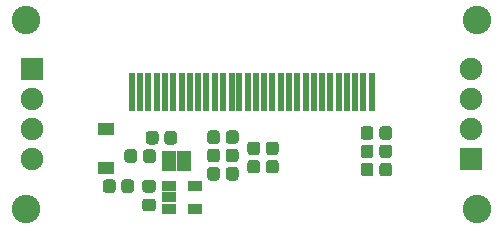
<source format=gbr>
%TF.GenerationSoftware,KiCad,Pcbnew,(5.1.6)-1*%
%TF.CreationDate,2020-09-30T17:33:36+08:00*%
%TF.ProjectId,Crenshaw,4372656e-7368-4617-972e-6b696361645f,rev?*%
%TF.SameCoordinates,Original*%
%TF.FileFunction,Soldermask,Top*%
%TF.FilePolarity,Negative*%
%FSLAX46Y46*%
G04 Gerber Fmt 4.6, Leading zero omitted, Abs format (unit mm)*
G04 Created by KiCad (PCBNEW (5.1.6)-1) date 2020-09-30 17:33:36*
%MOMM*%
%LPD*%
G01*
G04 APERTURE LIST*
%ADD10R,1.404000X1.104000*%
%ADD11R,0.604000X3.204000*%
%ADD12O,1.904000X1.904000*%
%ADD13R,1.904000X1.904000*%
%ADD14C,2.404000*%
%ADD15R,1.204000X1.704000*%
%ADD16R,1.264000X0.854000*%
G04 APERTURE END LIST*
D10*
%TO.C,D1*%
X169650000Y-115850000D03*
X169650000Y-112550000D03*
%TD*%
D11*
%TO.C,P1*%
X181650000Y-109350000D03*
X182350000Y-109350000D03*
X171850000Y-109350000D03*
X172550000Y-109350000D03*
X173250000Y-109350000D03*
X173950000Y-109350000D03*
X174650000Y-109350000D03*
X175350000Y-109350000D03*
X176050000Y-109350000D03*
X176750000Y-109350000D03*
X177450000Y-109350000D03*
X178150000Y-109350000D03*
X178850000Y-109350000D03*
X179550000Y-109350000D03*
X180300000Y-109350000D03*
X180950000Y-109350000D03*
X183050000Y-109350000D03*
X183750000Y-109350000D03*
X184450000Y-109350000D03*
X185150000Y-109350000D03*
X185850000Y-109350000D03*
X186550000Y-109350000D03*
X187250000Y-109350000D03*
X187950000Y-109350000D03*
X188650000Y-109350000D03*
X189350000Y-109350000D03*
X190050000Y-109350000D03*
X190750000Y-109350000D03*
X191450000Y-109350000D03*
X192150000Y-109350000D03*
%TD*%
D12*
%TO.C,J2*%
X163400000Y-115060000D03*
X163400000Y-112520000D03*
X163400000Y-109980000D03*
D13*
X163400000Y-107440000D03*
%TD*%
D12*
%TO.C,J3*%
X200600000Y-107440000D03*
X200600000Y-109980000D03*
X200600000Y-112520000D03*
D13*
X200600000Y-115060000D03*
%TD*%
D14*
%TO.C,REF\u002A\u002A*%
X201100000Y-103249998D03*
%TD*%
%TO.C,REF\u002A\u002A*%
X162900001Y-119250001D03*
%TD*%
%TO.C,REF\u002A\u002A*%
X162900001Y-103249999D03*
%TD*%
%TO.C,REF\u002A\u002A*%
X201100000Y-119250002D03*
%TD*%
%TO.C,R4*%
G36*
G01*
X172992750Y-116823000D02*
X173607250Y-116823000D01*
G75*
G02*
X173877000Y-117092750I0J-269750D01*
G01*
X173877000Y-117632250D01*
G75*
G02*
X173607250Y-117902000I-269750J0D01*
G01*
X172992750Y-117902000D01*
G75*
G02*
X172723000Y-117632250I0J269750D01*
G01*
X172723000Y-117092750D01*
G75*
G02*
X172992750Y-116823000I269750J0D01*
G01*
G37*
G36*
G01*
X172992750Y-118398000D02*
X173607250Y-118398000D01*
G75*
G02*
X173877000Y-118667750I0J-269750D01*
G01*
X173877000Y-119207250D01*
G75*
G02*
X173607250Y-119477000I-269750J0D01*
G01*
X172992750Y-119477000D01*
G75*
G02*
X172723000Y-119207250I0J269750D01*
G01*
X172723000Y-118667750D01*
G75*
G02*
X172992750Y-118398000I269750J0D01*
G01*
G37*
%TD*%
%TO.C,R3*%
G36*
G01*
X181622999Y-116007250D02*
X181622999Y-115392750D01*
G75*
G02*
X181892749Y-115123000I269750J0D01*
G01*
X182432249Y-115123000D01*
G75*
G02*
X182701999Y-115392750I0J-269750D01*
G01*
X182701999Y-116007250D01*
G75*
G02*
X182432249Y-116277000I-269750J0D01*
G01*
X181892749Y-116277000D01*
G75*
G02*
X181622999Y-116007250I0J269750D01*
G01*
G37*
G36*
G01*
X183197999Y-116007250D02*
X183197999Y-115392750D01*
G75*
G02*
X183467749Y-115123000I269750J0D01*
G01*
X184007249Y-115123000D01*
G75*
G02*
X184276999Y-115392750I0J-269750D01*
G01*
X184276999Y-116007250D01*
G75*
G02*
X184007249Y-116277000I-269750J0D01*
G01*
X183467749Y-116277000D01*
G75*
G02*
X183197999Y-116007250I0J269750D01*
G01*
G37*
%TD*%
%TO.C,R2*%
G36*
G01*
X181623000Y-114457250D02*
X181623000Y-113842750D01*
G75*
G02*
X181892750Y-113573000I269750J0D01*
G01*
X182432250Y-113573000D01*
G75*
G02*
X182702000Y-113842750I0J-269750D01*
G01*
X182702000Y-114457250D01*
G75*
G02*
X182432250Y-114727000I-269750J0D01*
G01*
X181892750Y-114727000D01*
G75*
G02*
X181623000Y-114457250I0J269750D01*
G01*
G37*
G36*
G01*
X183198000Y-114457250D02*
X183198000Y-113842750D01*
G75*
G02*
X183467750Y-113573000I269750J0D01*
G01*
X184007250Y-113573000D01*
G75*
G02*
X184277000Y-113842750I0J-269750D01*
G01*
X184277000Y-114457250D01*
G75*
G02*
X184007250Y-114727000I-269750J0D01*
G01*
X183467750Y-114727000D01*
G75*
G02*
X183198000Y-114457250I0J269750D01*
G01*
G37*
%TD*%
%TO.C,R1*%
G36*
G01*
X191223000Y-116257250D02*
X191223000Y-115642750D01*
G75*
G02*
X191492750Y-115373000I269750J0D01*
G01*
X192032250Y-115373000D01*
G75*
G02*
X192302000Y-115642750I0J-269750D01*
G01*
X192302000Y-116257250D01*
G75*
G02*
X192032250Y-116527000I-269750J0D01*
G01*
X191492750Y-116527000D01*
G75*
G02*
X191223000Y-116257250I0J269750D01*
G01*
G37*
G36*
G01*
X192798000Y-116257250D02*
X192798000Y-115642750D01*
G75*
G02*
X193067750Y-115373000I269750J0D01*
G01*
X193607250Y-115373000D01*
G75*
G02*
X193877000Y-115642750I0J-269750D01*
G01*
X193877000Y-116257250D01*
G75*
G02*
X193607250Y-116527000I-269750J0D01*
G01*
X193067750Y-116527000D01*
G75*
G02*
X192798000Y-116257250I0J269750D01*
G01*
G37*
%TD*%
%TO.C,C8*%
G36*
G01*
X178223000Y-116607250D02*
X178223000Y-115992750D01*
G75*
G02*
X178492750Y-115723000I269750J0D01*
G01*
X179032250Y-115723000D01*
G75*
G02*
X179302000Y-115992750I0J-269750D01*
G01*
X179302000Y-116607250D01*
G75*
G02*
X179032250Y-116877000I-269750J0D01*
G01*
X178492750Y-116877000D01*
G75*
G02*
X178223000Y-116607250I0J269750D01*
G01*
G37*
G36*
G01*
X179798000Y-116607250D02*
X179798000Y-115992750D01*
G75*
G02*
X180067750Y-115723000I269750J0D01*
G01*
X180607250Y-115723000D01*
G75*
G02*
X180877000Y-115992750I0J-269750D01*
G01*
X180877000Y-116607250D01*
G75*
G02*
X180607250Y-116877000I-269750J0D01*
G01*
X180067750Y-116877000D01*
G75*
G02*
X179798000Y-116607250I0J269750D01*
G01*
G37*
%TD*%
%TO.C,C7*%
G36*
G01*
X172039500Y-117042750D02*
X172039500Y-117657250D01*
G75*
G02*
X171769750Y-117927000I-269750J0D01*
G01*
X171230250Y-117927000D01*
G75*
G02*
X170960500Y-117657250I0J269750D01*
G01*
X170960500Y-117042750D01*
G75*
G02*
X171230250Y-116773000I269750J0D01*
G01*
X171769750Y-116773000D01*
G75*
G02*
X172039500Y-117042750I0J-269750D01*
G01*
G37*
G36*
G01*
X170464500Y-117042750D02*
X170464500Y-117657250D01*
G75*
G02*
X170194750Y-117927000I-269750J0D01*
G01*
X169655250Y-117927000D01*
G75*
G02*
X169385500Y-117657250I0J269750D01*
G01*
X169385500Y-117042750D01*
G75*
G02*
X169655250Y-116773000I269750J0D01*
G01*
X170194750Y-116773000D01*
G75*
G02*
X170464500Y-117042750I0J-269750D01*
G01*
G37*
%TD*%
%TO.C,C6*%
G36*
G01*
X178222999Y-115057248D02*
X178222999Y-114442748D01*
G75*
G02*
X178492749Y-114172998I269750J0D01*
G01*
X179032249Y-114172998D01*
G75*
G02*
X179301999Y-114442748I0J-269750D01*
G01*
X179301999Y-115057248D01*
G75*
G02*
X179032249Y-115326998I-269750J0D01*
G01*
X178492749Y-115326998D01*
G75*
G02*
X178222999Y-115057248I0J269750D01*
G01*
G37*
G36*
G01*
X179797999Y-115057248D02*
X179797999Y-114442748D01*
G75*
G02*
X180067749Y-114172998I269750J0D01*
G01*
X180607249Y-114172998D01*
G75*
G02*
X180876999Y-114442748I0J-269750D01*
G01*
X180876999Y-115057248D01*
G75*
G02*
X180607249Y-115326998I-269750J0D01*
G01*
X180067749Y-115326998D01*
G75*
G02*
X179797999Y-115057248I0J269750D01*
G01*
G37*
%TD*%
%TO.C,C5*%
G36*
G01*
X178223001Y-113507249D02*
X178223001Y-112892749D01*
G75*
G02*
X178492751Y-112622999I269750J0D01*
G01*
X179032251Y-112622999D01*
G75*
G02*
X179302001Y-112892749I0J-269750D01*
G01*
X179302001Y-113507249D01*
G75*
G02*
X179032251Y-113776999I-269750J0D01*
G01*
X178492751Y-113776999D01*
G75*
G02*
X178223001Y-113507249I0J269750D01*
G01*
G37*
G36*
G01*
X179798001Y-113507249D02*
X179798001Y-112892749D01*
G75*
G02*
X180067751Y-112622999I269750J0D01*
G01*
X180607251Y-112622999D01*
G75*
G02*
X180877001Y-112892749I0J-269750D01*
G01*
X180877001Y-113507249D01*
G75*
G02*
X180607251Y-113776999I-269750J0D01*
G01*
X180067751Y-113776999D01*
G75*
G02*
X179798001Y-113507249I0J269750D01*
G01*
G37*
%TD*%
%TO.C,C4*%
G36*
G01*
X193877001Y-112542751D02*
X193877001Y-113157251D01*
G75*
G02*
X193607251Y-113427001I-269750J0D01*
G01*
X193067751Y-113427001D01*
G75*
G02*
X192798001Y-113157251I0J269750D01*
G01*
X192798001Y-112542751D01*
G75*
G02*
X193067751Y-112273001I269750J0D01*
G01*
X193607251Y-112273001D01*
G75*
G02*
X193877001Y-112542751I0J-269750D01*
G01*
G37*
G36*
G01*
X192302001Y-112542751D02*
X192302001Y-113157251D01*
G75*
G02*
X192032251Y-113427001I-269750J0D01*
G01*
X191492751Y-113427001D01*
G75*
G02*
X191223001Y-113157251I0J269750D01*
G01*
X191223001Y-112542751D01*
G75*
G02*
X191492751Y-112273001I269750J0D01*
G01*
X192032251Y-112273001D01*
G75*
G02*
X192302001Y-112542751I0J-269750D01*
G01*
G37*
%TD*%
%TO.C,C3*%
G36*
G01*
X175677000Y-112942750D02*
X175677000Y-113557250D01*
G75*
G02*
X175407250Y-113827000I-269750J0D01*
G01*
X174867750Y-113827000D01*
G75*
G02*
X174598000Y-113557250I0J269750D01*
G01*
X174598000Y-112942750D01*
G75*
G02*
X174867750Y-112673000I269750J0D01*
G01*
X175407250Y-112673000D01*
G75*
G02*
X175677000Y-112942750I0J-269750D01*
G01*
G37*
G36*
G01*
X174102000Y-112942750D02*
X174102000Y-113557250D01*
G75*
G02*
X173832250Y-113827000I-269750J0D01*
G01*
X173292750Y-113827000D01*
G75*
G02*
X173023000Y-113557250I0J269750D01*
G01*
X173023000Y-112942750D01*
G75*
G02*
X173292750Y-112673000I269750J0D01*
G01*
X173832250Y-112673000D01*
G75*
G02*
X174102000Y-112942750I0J-269750D01*
G01*
G37*
%TD*%
%TO.C,C2*%
G36*
G01*
X193877001Y-114092750D02*
X193877001Y-114707250D01*
G75*
G02*
X193607251Y-114977000I-269750J0D01*
G01*
X193067751Y-114977000D01*
G75*
G02*
X192798001Y-114707250I0J269750D01*
G01*
X192798001Y-114092750D01*
G75*
G02*
X193067751Y-113823000I269750J0D01*
G01*
X193607251Y-113823000D01*
G75*
G02*
X193877001Y-114092750I0J-269750D01*
G01*
G37*
G36*
G01*
X192302001Y-114092750D02*
X192302001Y-114707250D01*
G75*
G02*
X192032251Y-114977000I-269750J0D01*
G01*
X191492751Y-114977000D01*
G75*
G02*
X191223001Y-114707250I0J269750D01*
G01*
X191223001Y-114092750D01*
G75*
G02*
X191492751Y-113823000I269750J0D01*
G01*
X192032251Y-113823000D01*
G75*
G02*
X192302001Y-114092750I0J-269750D01*
G01*
G37*
%TD*%
%TO.C,C1*%
G36*
G01*
X173877000Y-114492750D02*
X173877000Y-115107250D01*
G75*
G02*
X173607250Y-115377000I-269750J0D01*
G01*
X173067750Y-115377000D01*
G75*
G02*
X172798000Y-115107250I0J269750D01*
G01*
X172798000Y-114492750D01*
G75*
G02*
X173067750Y-114223000I269750J0D01*
G01*
X173607250Y-114223000D01*
G75*
G02*
X173877000Y-114492750I0J-269750D01*
G01*
G37*
G36*
G01*
X172302000Y-114492750D02*
X172302000Y-115107250D01*
G75*
G02*
X172032250Y-115377000I-269750J0D01*
G01*
X171492750Y-115377000D01*
G75*
G02*
X171223000Y-115107250I0J269750D01*
G01*
X171223000Y-114492750D01*
G75*
G02*
X171492750Y-114223000I269750J0D01*
G01*
X172032250Y-114223000D01*
G75*
G02*
X172302000Y-114492750I0J-269750D01*
G01*
G37*
%TD*%
D15*
%TO.C,J1*%
X176250000Y-115250000D03*
X174950000Y-115250000D03*
%TD*%
D16*
%TO.C,U1*%
X174950000Y-117350000D03*
X174950000Y-118300000D03*
X174950000Y-119250000D03*
X177150000Y-119250000D03*
X177150000Y-117350000D03*
%TD*%
M02*

</source>
